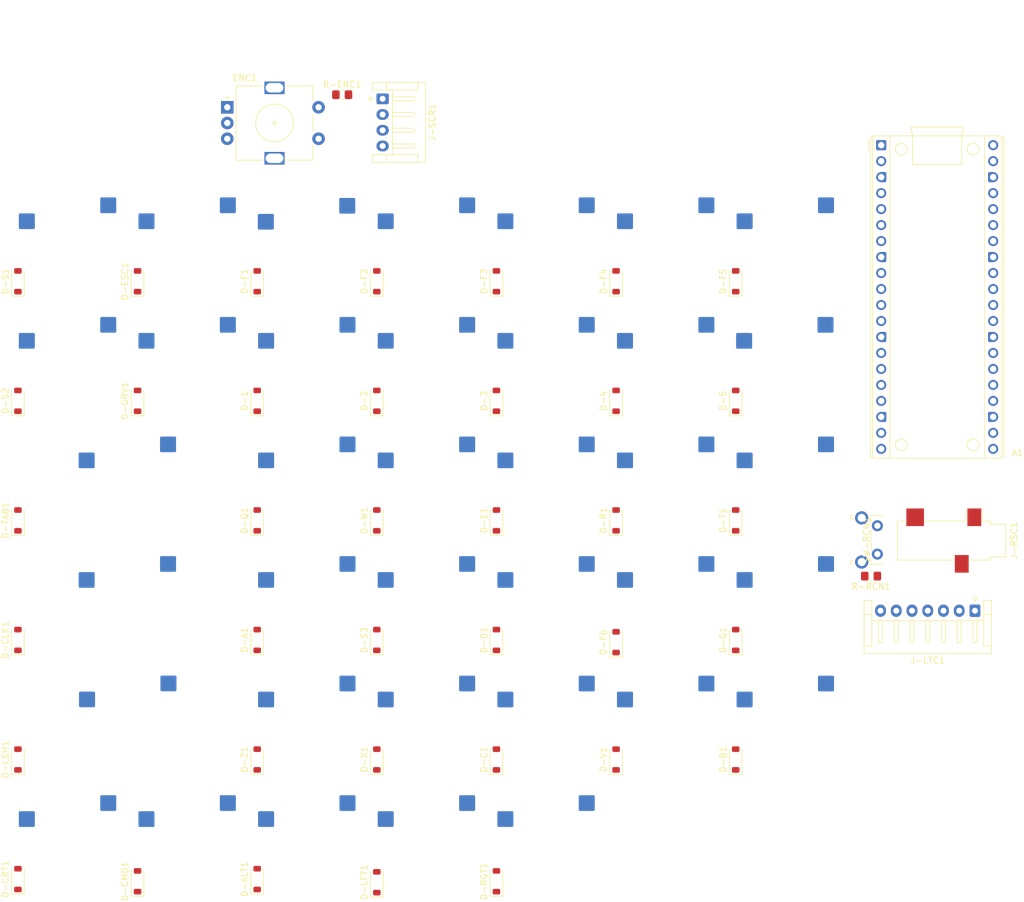
<source format=kicad_pcb>
(kicad_pcb (version 20240108) (generator "pcbnew") (generator_version "8.0")
  (layers (0 "F.Cu" signal) (31 "B.Cu" signal) (34 "B.Paste" user) (35 "F.Paste" user) (36 "B.SilkS" user "B.Silkscreen") (37 "F.SilkS" user "F.Silkscreen") (38 "B.Mask" user) (39 "F.Mask" user) (44 "Edge.Cuts" user))
  (net 0 "")
  (net 1 "/SCR-SCL")
  (net 2 "/ROW-1")
  (net 3 "/COL-1")
  (net 4 "/ROW-5")
  (net 5 "/GND")
  (net 6 "/ROW-6")
  (net 7 "/ROW-2")
  (net 8 "/COL-4")
  (net 9 "/FRS")
  (net 10 "/SCR-SDA")
  (net 11 "/RCN")
  (net 12 "/ROW-4")
  (net 13 "/ENC-B")
  (net 14 "/COL-3")
  (net 15 "/COL-5")
  (net 16 "/TRS")
  (net 18 "/COL-7")
  (net 20 "/ENC-A")
  (net 21 "/COL-8")
  (net 22 "/LEDS")
  (net 26 "/COL-6")
  (net 27 "/VCC")
  (net 30 "/COL-2")
  (net 33 "/ROW-3")
  (net 34 "/ENC-SW")
  (net 35 "Net-(D-1-A)")
  (net 36 "Net-(D-2-A)")
  (net 37 "Net-(D-3-A)")
  (net 38 "Net-(D-4-A)")
  (net 39 "Net-(D-5-A)")
  (net 40 "Net-(D-A1-A)")
  (net 41 "Net-(D-ALT1-A)")
  (net 42 "Net-(D-B1-A)")
  (net 43 "Net-(D-C1-A)")
  (net 44 "Net-(D-CLK1-A)")
  (net 45 "Net-(D-CMD1-A)")
  (net 46 "Net-(D-CRT1-A)")
  (net 47 "Net-(D-D1-A)")
  (net 48 "Net-(D-E1-A)")
  (net 49 "Net-(D-ESC1-A)")
  (net 50 "Net-(D-F1-A)")
  (net 51 "Net-(D-F2-A)")
  (net 52 "Net-(D-F3-A)")
  (net 53 "Net-(D-F4-A)")
  (net 54 "Net-(D-F5-A)")
  (net 55 "Net-(D-F6-A)")
  (net 56 "Net-(D-G1-A)")
  (net 57 "Net-(D-GRV1-A)")
  (net 58 "Net-(D-LFT1-A)")
  (net 59 "Net-(D-LSH1-A)")
  (net 60 "Net-(D-Q1-A)")
  (net 61 "Net-(D-R1-A)")
  (net 62 "Net-(D-RGT1-A)")
  (net 63 "Net-(D-S1-A)")
  (net 64 "Net-(D-S2-A)")
  (net 65 "Net-(D-S3-A)")
  (net 66 "Net-(D-T1-A)")
  (net 67 "Net-(D-TAB1-A)")
  (net 68 "Net-(D-V1-A)")
  (net 69 "Net-(D-W1-A)")
  (net 70 "Net-(D-X1-A)")
  (net 71 "Net-(D-Z1-A)")
  (footprint "Diode_SMD:D_SOD-123" (layer "F.Cu") (at 166.58 76 90)
    (property "Reference" "D-4" (at 0 -2 270) (layer "F.SilkS"))
    (property "Value" "D")
    (pad "1" smd roundrect (at -1.65 0 90) (size 0.9 1.2) (layers "F.Cu" "F.Paste" "F.Mask") (net 7 "/ROW-2"))
    (pad "2" smd roundrect (at 1.65 0 90) (size 0.9 1.2) (layers "F.Cu" "F.Paste" "F.Mask") (net 38 "Net-(D-4-A)"))
  )
  (footprint "Resistor_SMD:R_0805_2012Metric_Pad1.20x1.40mm_HandSolder" (layer "F.Cu") (at 207.08 103.85 180)
    (property "Reference" "R-RCN1" (at 0 -1.65 180) (layer "F.SilkS"))
    (property "Value" "R")
    (pad "1" smd roundrect (at -1 0 180) (size 1.2 1.4) (layers "F.Cu" "F.Paste" "F.Mask") (roundrect_rratio 0.208333) (net 11 "/RCN"))
    (pad "2" smd roundrect (at 1 0 180) (size 1.2 1.4) (layers "F.Cu" "F.Paste" "F.Mask") (roundrect_rratio 0.208333) (net 5 "/GND"))
  )
  (footprint "Diode_SMD:D_SOD-123" (layer "F.Cu") (at 185.58 76 90)
    (property "Reference" "D-5" (at 0 -2 270) (layer "F.SilkS"))
    (property "Value" "D")
    (pad "1" smd roundrect (at -1.65 0 90) (size 0.9 1.2) (layers "F.Cu" "F.Paste" "F.Mask") (net 7 "/ROW-2"))
    (pad "2" smd roundrect (at 1.65 0 90) (size 0.9 1.2) (layers "F.Cu" "F.Paste" "F.Mask") (net 39 "Net-(D-5-A)"))
  )
  (footprint "Rotary_Encoder:RotaryEncoder_Alps_EC11E-Switch_Vertical_H20mm" (layer "F.Cu") (at 104.83 29.35)
    (property "Reference" "ENC1" (at 2.8 -4.7 0) (layer "F.SilkS"))
    (property "Value" "RotaryEncoder_Switch")
    (pad "A" thru_hole rect (at 0 0) (size 2 2) (drill 1) (layers "*.Cu" "*.Mask") (net 20 "/ENC-A"))
    (pad "B" thru_hole circle (at 0 5) (size 2 2) (drill 1) (layers "*.Cu" "*.Mask") (net 13 "/ENC-B"))
    (pad "C" thru_hole circle (at 0 2.5) (size 2 2) (drill 1) (layers "*.Cu" "*.Mask") (net 5 "/GND"))
    (pad "MP" thru_hole rect (at 7.5 -3.1) (size 3.2 2) (drill oval 2.8 1.5) (layers "*.Cu" "*.Mask"))
    (pad "MP" thru_hole rect (at 7.5 8.1) (size 3.2 2) (drill oval 2.8 1.5) (layers "*.Cu" "*.Mask"))
    (pad "S1" thru_hole circle (at 14.5 5) (size 2 2) (drill 1) (layers "*.Cu" "*.Mask") (net 27 "/VCC"))
    (pad "S2" thru_hole circle (at 14.5 0) (size 2 2) (drill 1) (layers "*.Cu" "*.Mask") (net 34 "/ENC-SW"))
  )
  (footprint "MX_Hotswap:MX-Hotswap-1U" (layer "F.Cu") (at 118.08 69)
    (property "Reference" "SW-1")
    (property "Value" "SW_Push")
    (pad "" np_thru_hole circle (at -5.08 0 48.099) (size 1.7018 1.7018) (drill 1.7018) (layers "F&B.Cu" "*.Mask"))
    (pad "" np_thru_hole circle (at -3.81 -2.54) (size 3 3) (drill 3) (layers "F&B.Cu" "*.Mask"))
    (pad "" np_thru_hole circle (at 0 0) (size 3.9878 3.9878) (drill 3.9878) (layers "F&B.Cu" "*.Mask"))
    (pad "" np_thru_hole circle (at 2.54 -5.08) (size 3 3) (drill 3) (layers "F&B.Cu" "*.Mask"))
    (pad "" np_thru_hole circle (at 5.08 0 48.099) (size 1.7018 1.7018) (drill 1.7018) (layers "F&B.Cu" "*.Mask"))
    (pad "1" smd roundrect (at -7.085 -2.54) (size 2.55 2.5) (layers "B.Cu" "B.Paste" "B.Mask") (roundrect_rratio 0.08) (net 35 "Net-(D-1-A)"))
    (pad "2" smd roundrect (at 5.842 -5.08) (size 2.55 2.5) (layers "B.Cu" "B.Paste" "B.Mask") (roundrect_rratio 0.08) (net 14 "/COL-3"))
  )
  (footprint "Diode_SMD:D_SOD-123" (layer "F.Cu") (at 128.58 95 90)
    (property "Reference" "D-W1" (at 0 -2 270) (layer "F.SilkS"))
    (property "Value" "D")
    (pad "1" smd roundrect (at -1.65 0 90) (size 0.9 1.2) (layers "F.Cu" "F.Paste" "F.Mask") (net 33 "/ROW-3"))
    (pad "2" smd roundrect (at 1.65 0 90) (size 0.9 1.2) (layers "F.Cu" "F.Paste" "F.Mask") (net 69 "Net-(D-W1-A)"))
  )
  (footprint "Diode_SMD:D_SOD-123" (layer "F.Cu") (at 90.58 57 90)
    (property "Reference" "D-ESC1" (at 0 -2 270) (layer "F.SilkS"))
    (property "Value" "D")
    (pad "1" smd roundrect (at -1.65 0 90) (size 0.9 1.2) (layers "F.Cu" "F.Paste" "F.Mask") (net 2 "/ROW-1"))
    (pad "2" smd roundrect (at 1.65 0 90) (size 0.9 1.2) (layers "F.Cu" "F.Paste" "F.Mask") (net 49 "Net-(D-ESC1-A)"))
  )
  (footprint "Diode_SMD:D_SOD-123" (layer "F.Cu") (at 109.58 95 90)
    (property "Reference" "D-Q1" (at 0 -2 270) (layer "F.SilkS"))
    (property "Value" "D")
    (pad "1" smd roundrect (at -1.65 0 90) (size 0.9 1.2) (layers "F.Cu" "F.Paste" "F.Mask") (net 33 "/ROW-3"))
    (pad "2" smd roundrect (at 1.65 0 90) (size 0.9 1.2) (layers "F.Cu" "F.Paste" "F.Mask") (net 60 "Net-(D-Q1-A)"))
  )
  (footprint "MX_Hotswap:MX-Hotswap-1U" (layer "F.Cu") (at 194.08 107)
    (property "Reference" "SW-G1")
    (property "Value" "SW_Push")
    (pad "" np_thru_hole circle (at -5.08 0 48.099) (size 1.7018 1.7018) (drill 1.7018) (layers "F&B.Cu" "*.Mask"))
    (pad "" np_thru_hole circle (at -3.81 -2.54) (size 3 3) (drill 3) (layers "F&B.Cu" "*.Mask"))
    (pad "" np_thru_hole circle (at 0 0) (size 3.9878 3.9878) (drill 3.9878) (layers "F&B.Cu" "*.Mask"))
    (pad "" np_thru_hole circle (at 2.54 -5.08) (size 3 3) (drill 3) (layers "F&B.Cu" "*.Mask"))
    (pad "" np_thru_hole circle (at 5.08 0 48.099) (size 1.7018 1.7018) (drill 1.7018) (layers "F&B.Cu" "*.Mask"))
    (pad "1" smd roundrect (at -7.085 -2.54) (size 2.55 2.5) (layers "B.Cu" "B.Paste" "B.Mask") (roundrect_rratio 0.08) (net 56 "Net-(D-G1-A)"))
    (pad "2" smd roundrect (at 5.842 -5.08) (size 2.55 2.5) (layers "B.Cu" "B.Paste" "B.Mask") (roundrect_rratio 0.08) (net 18 "/COL-7"))
  )
  (footprint "Diode_SMD:D_SOD-123" (layer "F.Cu") (at 109.58 76 90)
    (property "Reference" "D-1" (at 0 -2 270) (layer "F.SilkS"))
    (property "Value" "D")
    (pad "1" smd roundrect (at -1.65 0 90) (size 0.9 1.2) (layers "F.Cu" "F.Paste" "F.Mask") (net 7 "/ROW-2"))
    (pad "2" smd roundrect (at 1.65 0 90) (size 0.9 1.2) (layers "F.Cu" "F.Paste" "F.Mask") (net 35 "Net-(D-1-A)"))
  )
  (footprint "MX_Hotswap:MX-Hotswap-1U" (layer "F.Cu") (at 194 69)
    (property "Reference" "SW-5")
    (property "Value" "SW_Push")
    (pad "" np_thru_hole circle (at -5.08 0 48.099) (size 1.7018 1.7018) (drill 1.7018) (layers "F&B.Cu" "*.Mask"))
    (pad "" np_thru_hole circle (at -3.81 -2.54) (size 3 3) (drill 3) (layers "F&B.Cu" "*.Mask"))
    (pad "" np_thru_hole circle (at 0 0) (size 3.9878 3.9878) (drill 3.9878) (layers "F&B.Cu" "*.Mask"))
    (pad "" np_thru_hole circle (at 2.54 -5.08) (size 3 3) (drill 3) (layers "F&B.Cu" "*.Mask"))
    (pad "" np_thru_hole circle (at 5.08 0 48.099) (size 1.7018 1.7018) (drill 1.7018) (layers "F&B.Cu" "*.Mask"))
    (pad "1" smd roundrect (at -7.085 -2.54) (size 2.55 2.5) (layers "B.Cu" "B.Paste" "B.Mask") (roundrect_rratio 0.08) (net 39 "Net-(D-5-A)"))
    (pad "2" smd roundrect (at 5.842 -5.08) (size 2.55 2.5) (layers "B.Cu" "B.Paste" "B.Mask") (roundrect_rratio 0.08) (net 18 "/COL-7"))
  )
  (footprint "Diode_SMD:D_SOD-123" (layer "F.Cu") (at 109.58 133 90)
    (property "Reference" "D-Z1" (at 0 -2 270) (layer "F.SilkS"))
    (property "Value" "D")
    (pad "1" smd roundrect (at -1.65 0 90) (size 0.9 1.2) (layers "F.Cu" "F.Paste" "F.Mask") (net 4 "/ROW-5"))
    (pad "2" smd roundrect (at 1.65 0 90) (size 0.9 1.2) (layers "F.Cu" "F.Paste" "F.Mask") (net 71 "Net-(D-Z1-A)"))
  )
  (footprint "Diode_SMD:D_SOD-123" (layer "F.Cu") (at 166.58 133 90)
    (property "Reference" "D-V1" (at 0 -2 270) (layer "F.SilkS"))
    (property "Value" "D")
    (pad "1" smd roundrect (at -1.65 0 90) (size 0.9 1.2) (layers "F.Cu" "F.Paste" "F.Mask") (net 4 "/ROW-5"))
    (pad "2" smd roundrect (at 1.65 0 90) (size 0.9 1.2) (layers "F.Cu" "F.Paste" "F.Mask") (net 68 "Net-(D-V1-A)"))
  )
  (footprint "Button_Switch_THT:SW_Tactile_SPST_Angled_PTS645Vx31-2LFS" (layer "F.Cu") (at 208.08 95.85 -90)
    (property "Reference" "SW-RCN1" (at 2.25 1.68 90) (layer "F.SilkS"))
    (property "Value" "SW_Push")
    (pad "" thru_hole circle (at -1.25 2.49 270) (size 2.1 2.1) (drill 1.3) (layers "*.Cu" "*.Mask"))
    (pad "" thru_hole circle (at 5.76 2.49 270) (size 2.1 2.1) (drill 1.3) (layers "*.Cu" "*.Mask"))
    (pad "1" thru_hole circle (at 0 0 270) (size 1.75 1.75) (drill 0.99) (layers "*.Cu" "*.Mask") (net 27 "/VCC"))
    (pad "2" thru_hole circle (at 4.5 0 270) (size 1.75 1.75) (drill 0.99) (layers "*.Cu" "*.Mask") (net 11 "/RCN"))
  )
  (footprint "Diode_SMD:D_SOD-123" (layer "F.Cu") (at 147.58 95 90)
    (property "Reference" "D-E1" (at 0 -2 270) (layer "F.SilkS"))
    (property "Value" "D")
    (pad "1" smd roundrect (at -1.65 0 90) (size 0.9 1.2) (layers "F.Cu" "F.Paste" "F.Mask") (net 33 "/ROW-3"))
    (pad "2" smd roundrect (at 1.65 0 90) (size 0.9 1.2) (layers "F.Cu" "F.Paste" "F.Mask") (net 48 "Net-(D-E1-A)"))
  )
  (footprint "MX_Hotswap:MX-Hotswap-1U" (layer "F.Cu") (at 194.08 50)
    (property "Reference" "SW-F5")
    (property "Value" "SW_Push")
    (pad "" np_thru_hole circle (at -5.08 0 48.099) (size 1.7018 1.7018) (drill 1.7018) (layers "F&B.Cu" "*.Mask"))
    (pad "" np_thru_hole circle (at -3.81 -2.54) (size 3 3) (drill 3) (layers "F&B.Cu" "*.Mask"))
    (pad "" np_thru_hole circle (at 0 0) (size 3.9878 3.9878) (drill 3.9878) (layers "F&B.Cu" "*.Mask"))
    (pad "" np_thru_hole circle (at 2.54 -5.08) (size 3 3) (drill 3) (layers "F&B.Cu" "*.Mask"))
    (pad "" np_thru_hole circle (at 5.08 0 48.099) (size 1.7018 1.7018) (drill 1.7018) (layers "F&B.Cu" "*.Mask"))
    (pad "1" smd roundrect (at -7.085 -2.54) (size 2.55 2.5) (layers "B.Cu" "B.Paste" "B.Mask") (roundrect_rratio 0.08) (net 54 "Net-(D-F5-A)"))
    (pad "2" smd roundrect (at 5.842 -5.08) (size 2.55 2.5) (layers "B.Cu" "B.Paste" "B.Mask") (roundrect_rratio 0.08) (net 18 "/COL-7"))
  )
  (footprint "Diode_SMD:D_SOD-123" (layer "F.Cu") (at 128.58 76 90)
    (property "Reference" "D-2" (at 0 -2 270) (layer "F.SilkS"))
    (property "Value" "D")
    (pad "1" smd roundrect (at -1.65 0 90) (size 0.9 1.2) (layers "F.Cu" "F.Paste" "F.Mask") (net 7 "/ROW-2"))
    (pad "2" smd roundrect (at 1.65 0 90) (size 0.9 1.2) (layers "F.Cu" "F.Paste" "F.Mask") (net 36 "Net-(D-2-A)"))
  )
  (footprint "MX_Hotswap:MX-Hotswap-1U" (layer "F.Cu") (at 99.08 50)
    (property "Reference" "SW-ESC1")
    (property "Value" "SW_Push")
    (pad "" np_thru_hole circle (at -5.08 0 48.099) (size 1.7018 1.7018) (drill 1.7018) (layers "F&B.Cu" "*.Mask"))
    (pad "" np_thru_hole circle (at -3.81 -2.54) (size 3 3) (drill 3) (layers "F&B.Cu" "*.Mask"))
    (pad "" np_thru_hole circle (at 0 0) (size 3.9878 3.9878) (drill 3.9878) (layers "F&B.Cu" "*.Mask"))
    (pad "" np_thru_hole circle (at 2.54 -5.08) (size 3 3) (drill 3) (layers "F&B.Cu" "*.Mask"))
    (pad "" np_thru_hole circle (at 5.08 0 48.099) (size 1.7018 1.7018) (drill 1.7018) (layers "F&B.Cu" "*.Mask"))
    (pad "1" smd roundrect (at -7.085 -2.54) (size 2.55 2.5) (layers "B.Cu" "B.Paste" "B.Mask") (roundrect_rratio 0.08) (net 49 "Net-(D-ESC1-A)"))
    (pad "2" smd roundrect (at 5.842 -5.08) (size 2.55 2.5) (layers "B.Cu" "B.Paste" "B.Mask") (roundrect_rratio 0.08) (net 30 "/COL-2"))
  )
  (footprint "Diode_SMD:D_SOD-123" (layer "F.Cu") (at 128.58 57 90)
    (property "Reference" "D-F2" (at 0 -2 270) (layer "F.SilkS"))
    (property "Value" "D")
    (pad "1" smd roundrect (at -1.65 0 90) (size 0.9 1.2) (layers "F.Cu" "F.Paste" "F.Mask") (net 2 "/ROW-1"))
    (pad "2" smd roundrect (at 1.65 0 90) (size 0.9 1.2) (layers "F.Cu" "F.Paste" "F.Mask") (net 51 "Net-(D-F2-A)"))
  )
  (footprint "MX_Hotswap:MX-Hotswap-1U" (layer "F.Cu") (at 118.08 88)
    (property "Reference" "SW-Q1")
    (property "Value" "SW_Push")
    (pad "" np_thru_hole circle (at -5.08 0 48.099) (size 1.7018 1.7018) (drill 1.7018) (layers "F&B.Cu" "*.Mask"))
    (pad "" np_thru_hole circle (at -3.81 -2.54) (size 3 3) (drill 3) (layers "F&B.Cu" "*.Mask"))
    (pad "" np_thru_hole circle (at 0 0) (size 3.9878 3.9878) (drill 3.9878) (layers "F&B.Cu" "*.Mask"))
    (pad "" np_thru_hole circle (at 2.54 -5.08) (size 3 3) (drill 3) (layers "F&B.Cu" "*.Mask"))
    (pad "" np_thru_hole circle (at 5.08 0 48.099) (size 1.7018 1.7018) (drill 1.7018) (layers "F&B.Cu" "*.Mask"))
    (pad "1" smd roundrect (at -7.085 -2.54) (size 2.55 2.5) (layers "B.Cu" "B.Paste" "B.Mask") (roundrect_rratio 0.08) (net 60 "Net-(D-Q1-A)"))
    (pad "2" smd roundrect (at 5.842 -5.08) (size 2.55 2.5) (layers "B.Cu" "B.Paste" "B.Mask") (roundrect_rratio 0.08) (net 14 "/COL-3"))
  )
  (footprint "MX_Hotswap:MX-Hotswap-1U" (layer "F.Cu") (at 137.08 107)
    (property "Reference" "SW-S3")
    (property "Value" "SW_Push")
    (pad "" np_thru_hole circle (at -5.08 0 48.099) (size 1.7018 1.7018) (drill 1.7018) (layers "F&B.Cu" "*.Mask"))
    (pad "" np_thru_hole circle (at -3.81 -2.54) (size 3 3) (drill 3) (layers "F&B.Cu" "*.Mask"))
    (pad "" np_thru_hole circle (at 0 0) (size 3.9878 3.9878) (drill 3.9878) (layers "F&B.Cu" "*.Mask"))
    (pad "" np_thru_hole circle (at 2.54 -5.08) (size 3 3) (drill 3) (layers "F&B.Cu" "*.Mask"))
    (pad "" np_thru_hole circle (at 5.08 0 48.099) (size 1.7018 1.7018) (drill 1.7018) (layers "F&B.Cu" "*.Mask"))
    (pad "1" smd roundrect (at -7.085 -2.54) (size 2.55 2.5) (layers "B.Cu" "B.Paste" "B.Mask") (roundrect_rratio 0.08) (net 65 "Net-(D-S3-A)"))
    (pad "2" smd roundrect (at 5.842 -5.08) (size 2.55 2.5) (layers "B.Cu" "B.Paste" "B.Mask") (roundrect_rratio 0.08) (net 8 "/COL-4"))
  )
  (footprint "MX_Hotswap:MX-Hotswap-1U" (layer "F.Cu") (at 175.08 88)
    (property "Reference" "SW-R1")
    (property "Value" "SW_Push")
    (pad "" np_thru_hole circle (at -5.08 0 48.099) (size 1.7018 1.7018) (drill 1.7018) (layers "F&B.Cu" "*.Mask"))
    (pad "" np_thru_hole circle (at -3.81 -2.54) (size 3 3) (drill 3) (layers "F&B.Cu" "*.Mask"))
    (pad "" np_thru_hole circle (at 0 0) (size 3.9878 3.9878) (drill 3.9878) (layers "F&B.Cu" "*.Mask"))
    (pad "" np_thru_hole circle (at 2.54 -5.08) (size 3 3) (drill 3) (layers "F&B.Cu" "*.Mask"))
    (pad "" np_thru_hole circle (at 5.08 0 48.099) (size 1.7018 1.7018) (drill 1.7018) (layers "F&B.Cu" "*.Mask"))
    (pad "1" smd roundrect (at -7.085 -2.54) (size 2.55 2.5) (layers "B.Cu" "B.Paste" "B.Mask") (roundrect_rratio 0.08) (net 61 "Net-(D-R1-A)"))
    (pad "2" smd roundrect (at 5.842 -5.08) (size 2.55 2.5) (layers "B.Cu" "B.Paste" "B.Mask") (roundrect_rratio 0.08) (net 26 "/COL-6"))
  )
  (footprint "MX_Hotswap:MX-Hotswap-1U" (layer "F.Cu") (at 137.08 50)
    (property "Reference" "SW-F2")
    (property "Value" "SW_Push")
    (pad "" np_thru_hole circle (at -5.08 0 48.099) (size 1.7018 1.7018) (drill 1.7018) (layers "F&B.Cu" "*.Mask"))
    (pad "" np_thru_hole circle (at -3.81 -2.54) (size 3 3) (drill 3) (layers "F&B.Cu" "*.Mask"))
    (pad "" np_thru_hole circle (at 0 0) (size 3.9878 3.9878) (drill 3.9878) (layers "F&B.Cu" "*.Mask"))
    (pad "" np_thru_hole circle (at 2.54 -5.08) (size 3 3) (drill 3) (layers "F&B.Cu" "*.Mask"))
    (pad "" np_thru_hole circle (at 5.08 0 48.099) (size 1.7018 1.7018) (drill 1.7018) (layers "F&B.Cu" "*.Mask"))
    (pad "1" smd roundrect (at -7.085 -2.54) (size 2.55 2.5) (layers "B.Cu" "B.Paste" "B.Mask") (roundrect_rratio 0.08) (net 51 "Net-(D-F2-A)"))
    (pad "2" smd roundrect (at 5.842 -5.08) (size 2.55 2.5) (layers "B.Cu" "B.Paste" "B.Mask") (roundrect_rratio 0.08) (net 8 "/COL-4"))
  )
  (footprint "MX_Hotswap:MX-Hotswap-1U" (layer "F.Cu") (at 99.08 145)
    (property "Reference" "SW-CMD1")
    (property "Value" "SW_Push")
    (pad "" np_thru_hole circle (at -5.08 0 48.099) (size 1.7018 1.7018) (drill 1.7018) (layers "F&B.Cu" "*.Mask"))
    (pad "" np_thru_hole circle (at -3.81 -2.54) (size 3 3) (drill 3) (layers "F&B.Cu" "*.Mask"))
    (pad "" np_thru_hole circle (at 0 0) (size 3.9878 3.9878) (drill 3.9878) (layers "F&B.Cu" "*.Mask"))
    (pad "" np_thru_hole circle (at 2.54 -5.08) (size 3 3) (drill 3) (layers "F&B.Cu" "*.Mask"))
    (pad "" np_thru_hole circle (at 5.08 0 48.099) (size 1.7018 1.7018) (drill 1.7018) (layers "F&B.Cu" "*.Mask"))
    (pad "1" smd roundrect (at -7.085 -2.54) (size 2.55 2.5) (layers "B.Cu" "B.Paste" "B.Mask") (roundrect_rratio 0.08) (net 45 "Net-(D-CMD1-A)"))
    (pad "2" smd roundrect (at 5.842 -5.08) (size 2.55 2.5) (layers "B.Cu" "B.Paste" "B.Mask") (roundrect_rratio 0.08) (net 30 "/COL-2"))
  )
  (footprint "Diode_SMD:D_SOD-123" (layer "F.Cu") (at 166.58 114.35 90)
    (property "Reference" "D-F6" (at 0 -2 270) (layer "F.SilkS"))
    (property "Value" "D")
    (pad "1" smd roundrect (at -1.65 0 90) (size 0.9 1.2) (layers "F.Cu" "F.Paste" "F.Mask") (net 12 "/ROW-4"))
    (pad "2" smd roundrect (at 1.65 0 90) (size 0.9 1.2) (layers "F.Cu" "F.Paste" "F.Mask") (net 55 "Net-(D-F6-A)"))
  )
  (footprint "Diode_SMD:D_SOD-123" (layer "F.Cu") (at 109.58 57 90)
    (property "Reference" "D-F1" (at 0 -2 270) (layer "F.SilkS"))
    (property "Value" "D")
    (pad "1" smd roundrect (at -1.65 0 90) (size 0.9 1.2) (layers "F.Cu" "F.Paste" "F.Mask") (net 2 "/ROW-1"))
    (pad "2" smd roundrect (at 1.65 0 90) (size 0.9 1.2) (layers "F.Cu" "F.Paste" "F.Mask") (net 50 "Net-(D-F1-A)"))
  )
  (footprint "MX_Hotswap:MX-Hotswap-1U" (layer "F.Cu") (at 175.08 126)
    (property "Reference" "SW-V1")
    (property "Value" "SW_Push")
    (pad "" np_thru_hole circle (at -5.08 0 48.099) (size 1.7018 1.7018) (drill 1.7018) (layers "F&B.Cu" "*.Mask"))
    (pad "" np_thru_hole circle (at -3.81 -2.54) (size 3 3) (drill 3) (layers "F&B.Cu" "*.Mask"))
    (pad "" np_thru_hole circle (at 0 0) (size 3.9878 3.9878) (drill 3.9878) (layers "F&B.Cu" "*.Mask"))
    (pad "" np_thru_hole circle (at 2.54 -5.08) (size 3 3) (drill 3) (layers "F&B.Cu" "*.Mask"))
    (pad "" np_thru_hole circle (at 5.08 0 48.099) (size 1.7018 1.7018) (drill 1.7018) (layers "F&B.Cu" "*.Mask"))
    (pad "1" smd roundrect (at -7.085 -2.54) (size 2.55 2.5) (layers "B.Cu" "B.Paste" "B.Mask") (roundrect_rratio 0.08) (net 68 "Net-(D-V1-A)"))
    (pad "2" smd roundrect (at 5.842 -5.08) (size 2.55 2.5) (layers "B.Cu" "B.Paste" "B.Mask") (roundrect_rratio 0.08) (net 26 "/COL-6"))
  )
  (footprint "MX_Hotswap:MX-Hotswap-1U" (layer "F.Cu") (at 194.08 126)
    (property "Reference" "SW-B1")
    (property "Value" "SW_Push")
    (pad "" np_thru_hole circle (at -5.08 0 48.099) (size 1.7018 1.7018) (drill 1.7018) (layers "F&B.Cu" "*.Mask"))
    (pad "" np_thru_hole circle (at -3.81 -2.54) (size 3 3) (drill 3) (layers "F&B.Cu" "*.Mask"))
    (pad "" np_thru_hole circle (at 0 0) (size 3.9878 3.9878) (drill 3.9878) (layers "F&B.Cu" "*.Mask"))
    (pad "" np_thru_hole circle (at 2.54 -5.08) (size 3 3) (drill 3) (layers "F&B.Cu" "*.Mask"))
    (pad "" np_thru_hole circle (at 5.08 0 48.099) (size 1.7018 1.7018) (drill 1.7018) (layers "F&B.Cu" "*.Mask"))
    (pad "1" smd roundrect (at -7.085 -2.54) (size 2.55 2.5) (layers "B.Cu" "B.Paste" "B.Mask") (roundrect_rratio 0.08) (net 42 "Net-(D-B1-A)"))
    (pad "2" smd roundrect (at 5.842 -5.08) (size 2.55 2.5) (layers "B.Cu" "B.Paste" "B.Mask") (roundrect_rratio 0.08) (net 18 "/COL-7"))
  )
  (footprint "MX_Hotswap:MX-Hotswap-1U" (layer "F.Cu") (at 156.08 69)
    (property "Reference" "SW-3")
    (property "Value" "SW_Push")
    (pad "" np_thru_hole circle (at -5.08 0 48.099) (size 1.7018 1.7018) (drill 1.7018) (layers "F&B.Cu" "*.Mask"))
    (pad "" np_thru_hole circle (at -3.81 -2.54) (size 3 3) (drill 3) (layers "F&B.Cu" "*.Mask"))
    (pad "" np_thru_hole circle (at 0 0) (size 3.9878 3.9878) (drill 3.9878) (layers "F&B.Cu" "*.Mask"))
    (pad "" np_thru_hole circle (at 2.54 -5.08) (size 3 3) (drill 3) (layers "F&B.Cu" "*.Mask"))
    (pad "" np_thru_hole circle (at 5.08 0 48.099) (size 1.7018 1.7018) (drill 1.7018) (layers "F&B.Cu" "*.Mask"))
    (pad "1" smd roundrect (at -7.085 -2.54) (size 2.55 2.5) (layers "B.Cu" "B.Paste" "B.Mask") (roundrect_rratio 0.08) (net 37 "Net-(D-3-A)"))
    (pad "2" smd roundrect (at 5.842 -5.08) (size 2.55 2.5) (layers "B.Cu" "B.Paste" "B.Mask") (roundrect_rratio 0.08) (net 15 "/COL-5"))
  )
  (footprint "Diode_SMD:D_SOD-123" (layer "F.Cu") (at 71.58 114 90)
    (property "Reference" "D-CLK1" (at 0 -2 270) (layer "F.SilkS"))
    (property "Value" "D")
    (pad "1" smd roundrect (at -1.65 0 90) (size 0.9 1.2) (layers "F.Cu" "F.Paste" "F.Mask") (net 12 "/ROW-4"))
    (pad "2" smd roundrect (at 1.65 0 90) (size 0.9 1.2) (layers "F.Cu" "F.Paste" "F.Mask") (net 44 "Net-(D-CLK1-A)"))
  )
  (footprint "Diode_SMD:D_SOD-123" (layer "F.Cu") (at 90.58 152.35 90)
    (property "Reference" "D-CMD1" (at 0 -2 270) (layer "F.SilkS"))
    (property "Value" "D")
    (pad "1" smd roundrect (at -1.65 0 90) (size 0.9 1.2) (layers "F.Cu" "F.Paste" "F.Mask") (net 6 "/ROW-6"))
    (pad "2" smd roundrect (at 1.65 0 90) (size 0.9 1.2) (layers "F.Cu" "F.Paste" "F.Mask") (net 45 "Net-(D-CMD1-A)"))
  )
  (footprint "Diode_SMD:D_SOD-123" (layer "F.Cu") (at 185.58 95 90)
    (property "Reference" "D-T1" (at 0 -2 270) (layer "F.SilkS"))
    (property "Value" "D")
    (pad "1" smd roundrect (at -1.65 0 90) (size 0.9 1.2) (layers "F.Cu" "F.Paste" "F.Mask") (net 33 "/ROW-3"))
    (pad "2" smd roundrect (at 1.65 0 90) (size 0.9 1.2) (layers "F.Cu" "F.Paste" "F.Mask") (net 66 "Net-(D-T1-A)"))
  )
  (footprint "Diode_SMD:D_SOD-123" (layer "F.Cu") (at 185.58 57 90)
    (property "Reference" "D-F5" (at 0 -2 270) (layer "F.SilkS"))
    (property "Value" "D")
    (pad "1" smd roundrect (at -1.65 0 90) (size 0.9 1.2) (layers "F.Cu" "F.Paste" "F.Mask") (net 2 "/ROW-1"))
    (pad "2" smd roundrect (at 1.65 0 90) (size 0.9 1.2) (layers "F.Cu" "F.Paste" "F.Mask") (net 54 "Net-(D-F5-A)"))
  )
  (footprint "Diode_SMD:D_SOD-123" (layer "F.Cu") (at 147.58 114 90)
    (property "Reference" "D-D1" (at 0 -2 270) (layer "F.SilkS"))
    (property "Value" "D")
    (pad "1" smd roundrect (at -1.65 0 90) (size 0.9 1.2) (layers "F.Cu" "F.Paste" "F.Mask") (net 12 "/ROW-4"))
    (pad "2" smd roundrect (at 1.65 0 90) (size 0.9 1.2) (layers "F.Cu" "F.Paste" "F.Mask") (net 47 "Net-(D-D1-A)"))
  )
  (footprint "MX_Hotswap:MX-Hotswap-1U" (layer "F.Cu") (at 175.08 69)
    (property "Reference" "SW-4")
    (property "Value" "SW_Push")
    (pad "" np_thru_hole circle (at -5.08 0 48.099) (size 1.7018 1.7018) (drill 1.7018) (layers "F&B.Cu" "*.Mask"))
    (pad "" np_thru_hole circle (at -3.81 -2.54) (size 3 3) (drill 3) (layers "F&B.Cu" "*.Mask"))
    (pad "" np_thru_hole circle (at 0 0) (size 3.9878 3.9878) (drill 3.9878) (layers "F&B.Cu" "*.Mask"))
    (pad "" np_thru_hole circle (at 2.54 -5.08) (size 3 3) (drill 3) (layers "F&B.Cu" "*.Mask"))
    (pad "" np_thru_hole circle (at 5.08 0 48.099) (size 1.7018 1.7018) (drill 1.7018) (layers "F&B.Cu" "*.Mask"))
    (pad "1" smd roundrect (at -7.085 -2.54) (size 2.55 2.5) (layers "B.Cu" "B.Paste" "B.Mask") (roundrect_rratio 0.08) (net 38 "Net-(D-4-A)"))
    (pad "2" smd roundrect (at 5.842 -5.08) (size 2.55 2.5) (layers "B.Cu" "B.Paste" "B.Mask") (roundrect_rratio 0.08) (net 26 "/COL-6"))
  )
  (footprint "MX_Hotswap:MX-Hotswap-1U" (layer "F.Cu") (at 137.08 88)
    (property "Reference" "SW-W1")
    (property "Value" "SW_Push")
    (pad "" np_thru_hole circle (at -5.08 0 48.099) (size 1.7018 1.7018) (drill 1.7018) (layers "F&B.Cu" "*.Mask"))
    (pad "" np_thru_hole circle (at -3.81 -2.54) (size 3 3) (drill 3) (layers "F&B.Cu" "*.Mask"))
    (pad "" np_thru_hole circle (at 0 0) (size 3.9878 3.9878) (drill 3.9878) (layers "F&B.Cu" "*.Mask"))
    (pad "" np_thru_hole circle (at 2.54 -5.08) (size 3 3) (drill 3) (layers "F&B.Cu" "*.Mask"))
    (pad "" np_thru_hole circle (at 5.08 0 48.099) (size 1.7018 1.7018) (drill 1.7018) (layers "F&B.Cu" "*.Mask"))
    (pad "1" smd roundrect (at -7.085 -2.54) (size 2.55 2.5) (layers "B.Cu" "B.Paste" "B.Mask") (roundrect_rratio 0.08) (net 69 "Net-(D-W1-A)"))
    (pad "2" smd roundrect (at 5.842 -5.08) (size 2.55 2.5) (layers "B.Cu" "B.Paste" "B.Mask") (roundrect_rratio 0.08) (net 8 "/COL-4"))
  )
  (footprint "Diode_SMD:D_SOD-123" (layer "F.Cu") (at 147.58 133 90)
    (property "Reference" "D-C1" (at 0 -2 270) (layer "F.SilkS"))
    (property "Value" "D")
    (pad "1" smd roundrect (at -1.65 0 90) (size 0.9 1.2) (layers "F.Cu" "F.Paste" "F.Mask") (net 4 "/ROW-5"))
    (pad "2" smd roundrect (at 1.65 0 90) (size 0.9 1.2) (layers "F.Cu" "F.Paste" "F.Mask") (net 43 "Net-(D-C1-A)"))
  )
  (footprint "MX_Hotswap:MX-Hotswap-2U" (layer "F.Cu") (at 89.642 125.985)
    (property "Reference" "SW-LSH1")
    (property "Value" "SW_Push")
    (pad "" np_thru_hole circle (at -11.938 -6.985) (size 3.048 3.048) (drill 3.048) (layers "*.Cu" "*.Mask"))
    (pad "" np_thru_hole circle (at -11.938 8.255) (size 3.9878 3.9878) (drill 3.9878) (layers "*.Cu" "*.Mask"))
    (pad "" np_thru_hole circle (at -5.08 0 48.099) (size 1.7018 1.7018) (drill 1.7018) (layers "F&B.Cu" "*.Mask"))
    (pad "" np_thru_hole circle (at -3.81 -2.54) (size 3 3) (drill 3) (layers "F&B.Cu" "*.Mask"))
    (pad "" np_thru_hole circle (at 0 0) (size 3.9878 3.9878) (drill 3.9878) (layers "F&B.Cu" "*.Mask"))
    (pad "" np_thru_hole circle (at 2.54 -5.08) (size 3 3) (drill 3) (layers "F&B.Cu" "*.Mask"))
    (pad "" np_thru_hole circle (at 5.08 0 48.099) (size 1.7018 1.7018) (drill 1.7018) (layers "F&B.Cu" "*.Mask"))
    (pad "" np_thru_hole circle (at 11.938 -6.985) (size 3.048 3.048) (drill 3.048) (layers "*.Cu" "*.Mask"))
    (pad "" np_thru_hole circle (at 11.938 8.255) (size 3.9878 3.9878) (drill 3.9878) (layers "*.Cu" "*.Mask"))
    (pad "1" smd roundrect (at -7.085 -2.54) (size 2.55 2.5) (layers "B.Cu" "B.Paste" "B.Mask") (roundrect_rratio 0.08) (net 59 "Net-(D-LSH1-A)"))
    (pad "2" smd roundrect (at 5.842 -5.08) (size 2.55 2.5) (layers "B.Cu" "B.Paste" "B.Mask") (roundrect_rratio 0.08) (net 30 "/COL-2"))
  )
  (footprint "MX_Hotswap:MX-Hotswap-1U" (layer "F.Cu") (at 80.08 50)
    (property "Reference" "SW-S1")
    (property "Value" "SW_Push")
    (pad "" np_thru_hole circle (at -5.08 0 48.099) (size 1.7018 1.7018) (drill 1.7018) (layers "F&B.Cu" "*.Mask"))
    (pad "" np_thru_hole circle (at -3.81 -2.54) (size 3 3) (drill 3) (layers "F&B.Cu" "*.Mask"))
    (pad "" np_thru_hole circle (at 0 0) (size 3.9878 3.9878) (drill 3.9878) (layers "F&B.Cu" "*.Mask"))
    (pad "" np_thru_hole circle (at 2.54 -5.08) (size 3 3) (drill 3) (layers "F&B.Cu" "*.Mask"))
    (pad "" np_thru_hole circle (at 5.08 0 48.099) (size 1.7018 1.7018) (drill 1.7018) (layers "F&B.Cu" "*.Mask"))
    (pad "1" smd roundrect (at -7.085 -2.54) (size 2.55 2.5) (layers "B.Cu" "B.Paste" "B.Mask") (roundrect_rratio 0.08) (net 63 "Net-(D-S1-A)"))
    (pad "2" smd roundrect (at 5.842 -5.08) (size 2.55 2.5) (layers "B.Cu" "B.Paste" "B.Mask") (roundrect_rratio 0.08) (net 3 "/COL-1"))
  )
  (footprint "MX_Hotswap:MX-Hotswap-1U" (layer "F.Cu") (at 156.08 50)
    (property "Reference" "SW-F3")
    (property "Value" "SW_Push")
    (pad "" np_thru_hole circle (at -5.08 0 48.099) (size 1.7018 1.7018) (drill 1.7018) (layers "F&B.Cu" "*.Mask"))
    (pad "" np_thru_hole circle (at -3.81 -2.54) (size 3 3) (drill 3) (layers "F&B.Cu" "*.Mask"))
    (pad "" np_thru_hole circle (at 0 0) (size 3.9878 3.9878) (drill 3.9878) (layers "F&B.Cu" "*.Mask"))
    (pad "" np_thru_hole circle (at 2.54 -5.08) (size 3 3) (drill 3) (layers "F&B.Cu" "*.Mask"))
    (pad "" np_thru_hole circle (at 5.08 0 48.099) (size 1.7018 1.7018) (drill 1.7018) (layers "F&B.Cu" "*.Mask"))
    (pad "1" smd roundrect (at -7.085 -2.54) (size 2.55 2.5) (layers "B.Cu" "B.Paste" "B.Mask") (roundrect_rratio 0.08) (net 52 "Net-(D-F3-A)"))
    (pad "2" smd roundrect (at 5.842 -5.08) (size 2.55 2.5) (layers "B.Cu" "B.Paste" "B.Mask") (roundrect_rratio 0.08) (net 15 "/COL-5"))
  )
  (footprint "Diode_SMD:D_SOD-123" (layer "F.Cu") (at 109.58 114 90)
    (property "Reference" "D-A1" (at 0 -2 270) (layer "F.SilkS"))
    (property "Value" "D")
    (pad "1" smd roundrect (at -1.65 0 90) (size 0.9 1.2) (layers "F.Cu" "F.Paste" "F.Mask") (net 12 "/ROW-4"))
    (pad "2" smd roundrect (at 1.65 0 90) (size 0.9 1.2) (layers "F.Cu" "F.Paste" "F.Mask") (net 40 "Net-(D-A1-A)"))
  )
  (footprint "MX_Hotswap:MX-Hotswap-1U" (layer "F.Cu") (at 156.08 145)
    (property "Reference" "SW-RGT1")
    (property "Value" "SW_Push")
    (pad "" np_thru_hole circle (at -5.08 0 48.099) (size 1.7018 1.7018) (drill 1.7018) (layers "F&B.Cu" "*.Mask"))
    (pad "" np_thru_hole circle (at -3.81 -2.54) (size 3 3) (drill 3) (layers "F&B.Cu" "*.Mask"))
    (pad "" np_thru_hole circle (at 0 0) (size 3.9878 3.9878) (drill 3.9878) (layers "F&B.Cu" "*.Mask"))
    (pad "" np_thru_hole circle (at 2.54 -5.08) (size 3 3) (drill 3) (layers "F&B.Cu" "*.Mask"))
    (pad "" np_thru_hole circle (at 5.08 0 48.099) (size 1.7018 1.7018) (drill 1.7018) (layers "F&B.Cu" "*.Mask"))
    (pad "1" smd roundrect (at -7.085 -2.54) (size 2.55 2.5) (layers "B.Cu" "B.Paste" "B.Mask") (roundrect_rratio 0.08) (net 62 "Net-(D-RGT1-A)"))
    (pad "2" smd roundrect (at 5.842 -5.08) (size 2.55 2.5) (layers "B.Cu" "B.Paste" "B.Mask") (roundrect_rratio 0.08) (net 15 "/COL-5"))
  )
  (footprint "Connector_JST:JST_EH_S7B-EH_1x07_P2.50mm_Horizontal" (layer "F.Cu") (at 223.58 109.35 180)
    (property "Reference" "J-LTC1" (at 7.5 -7.9 180) (layer "F.SilkS"))
    (property "Value" "Conn_01x07_Socket")
    (pad "1" thru_hole roundrect (at 0 0 180) (size 1.7 1.95) (drill 0.95) (layers "*.Cu" "*.Mask") (roundrect_rratio 0.147059) (net 21 "/COL-8"))
    (pad "2" thru_hole oval (at 2.5 0 180) (size 1.7 1.95) (drill 0.95) (layers "*.Cu" "*.Mask") (net 33 "/ROW-3"))
    (pad "3" thru_hole oval (at 5 0 180) (size 1.7 1.95) (drill 0.95) (layers "*.Cu" "*.Mask") (net 12 "/ROW-4"))
    (pad "4" thru_hole oval (at 7.5 0 180) (size 1.7 1.95) (drill 0.95) (layers "*.Cu" "*.Mask") (net 4 "/ROW-5"))
    (pad "5" thru_hole oval (at 10 0 180) (size 1.7 1.95) (drill 0.95) (layers "*.Cu" "*.Mask") (net 18 "/COL-7"))
    (pad "6" thru_hole oval (at 12.5 0 180) (size 1.7 1.95) (drill 0.95) (layers "*.Cu" "*.Mask") (net 26 "/COL-6"))
    (pad "7" thru_hole oval (at 15 0 180) (size 1.7 1.95) (drill 0.95) (layers "*.Cu" "*.Mask") (net 6 "/ROW-6"))
  )
  (footprint "MX_Hotswap:MX-Hotswap-2U" (layer "F.Cu") (at 89.58 88)
    (property "Reference" "SW-TAB1")
    (property "Value" "SW_Push")
    (pad "" np_thru_hole circle (at -11.938 -6.985) (size 3.048 3.048) (drill 3.048) (layers "*.Cu" "*.Mask"))
    (pad "" np_thru_hole circle (at -11.938 8.255) (size 3.9878 3.9878) (drill 3.9878) (layers "*.Cu" "*.Mask"))
    (pad "" np_thru_hole circle (at -5.08 0 48.099) (size 1.7018 1.7018) (drill 1.7018) (layers "F&B.Cu" "*.Mask"))
    (pad "" np_thru_hole circle (at -3.81 -2.54) (size 3 3) (drill 3) (layers "F&B.Cu" "*.Mask"))
    (pad "" np_thru_hole circle (at 0 0) (size 3.9878 3.9878) (drill 3.9878) (layers "F&B.Cu" "*.Mask"))
    (pad "" np_thru_hole circle (at 2.54 -5.08) (size 3 3) (drill 3) (layers "F&B.Cu" "*.Mask"))
    (pad "" np_thru_hole circle (at 5.08 0 48.099) (size 1.7018 1.7018) (drill 1.7018) (layers "F&B.Cu" "*.Mask"))
    (pad "" np_thru_hole circle (at 11.938 -6.985) (size 3.048 3.048) (drill 3.048) (layers "*.Cu" "*.Mask"))
    (pad "" np_thru_hole circle (at 11.938 8.255) (size 3.9878 3.9878) (drill 3.9878) (layers "*.Cu" "*.Mask"))
    (pad "1" smd roundrect (at -7.085 -2.54) (size 2.55 2.5) (layers "B.Cu" "B.Paste" "B.Mask") (roundrect_rratio 0.08) (net 67 "Net-(D-TAB1-A)"))
    (pad "2" smd roundrect (at 5.842 -5.08) (size 2.55 2.5) (layers "B.Cu" "B.Paste" "B.Mask") (roundrect_rratio 0.08) (net 30 "/COL-2"))
  )
  (footprint "Diode_SMD:D_SOD-123" (layer "F.Cu") (at 71.58 76 90)
    (property "Reference" "D-S2" (at 0 -2 270) (layer "F.SilkS"))
    (property "Value" "D")
    (pad "1" smd roundrect (at -1.65 0 90) (size 0.9 1.2) (layers "F.Cu" "F.Paste" "F.Mask") (net 7 "/ROW-2"))
    (pad "2" smd roundrect (at 1.65 0 90) (size 0.9 1.2) (layers "F.Cu" "F.Paste" "F.Mask") (net 64 "Net-(D-S2-A)"))
  )
  (footprint "Diode_SMD:D_SOD-123" (layer "F.Cu") (at 71.58 133 90)
    (property "Reference" "D-LSH1" (at 0 -2 270) (layer "F.SilkS"))
    (property "Value" "D")
    (pad "1" smd roundrect (at -1.65 0 90) (size 0.9 1.2) (layers "F.Cu" "F.Paste" "F.Mask") (net 4 "/ROW-5"))
    (pad "2" smd roundrect (at 1.65 0 90) (size 0.9 1.2) (layers "F.Cu" "F.Paste" "F.Mask") (net 59 "Net-(D-LSH1-A)"))
  )
  (footprint "MX_Hotswap:MX-Hotswap-1U" (layer "F.Cu") (at 137.08 69)
    (property "Reference" "SW-2")
    (property "Value" "SW_Push")
    (pad "" np_thru_hole circle (at -5.08 0 48.099) (size 1.7018 1.7018) (drill 1.7018) (layers "F&B.Cu" "*.Mask"))
    (pad "" np_thru_hole circle (at -3.81 -2.54) (size 3 3) (drill 3) (layers "F&B.Cu" "*.Mask"))
    (pad "" np_thru_hole circle (at 0 0) (size 3.9878 3.9878) (drill 3.9878) (layers "F&B.Cu" "*.Mask"))
    (pad "" np_thru_hole circle (at 2.54 -5.08) (size 3 3) (drill 3) (layers "F&B.Cu" "*.Mask"))
    (pad "" np_thru_hole circle (at 5.08 0 48.099) (size 1.7018 1.7018) (drill 1.7018) (layers "F&B.Cu" "*.Mask"))
    (pad "1" smd roundrect (at -7.085 -2.54) (size 2.55 2.5) (layers "B.Cu" "B.Paste" "B.Mask") (roundrect_rratio 0.08) (net 36 "Net-(D-2-A)"))
    (pad "2" smd roundrect (at 5.842 -5.08) (size 2.55 2.5) (layers "B.Cu" "B.Paste" "B.Mask") (roundrect_rratio 0.08) (net 8 "/COL-4"))
  )
  (footprint "MX_Hotswap:MX-Hotswap-1U" (layer "F.Cu") (at 118.08 145)
    (property "Reference" "SW-ALT1")
    (property "Value" "SW_Push")
    (pad "" np_thru_hole circle (at -5.08 0 48.099) (size 1.7018 1.7018) (drill 1.7018) (layers "F&B.Cu" "*.Mask"))
    (pad "" np_thru_hole circle (at -3.81 -2.54) (size 3 3) (drill 3) (layers "F&B.Cu" "*.Mask"))
    (pad "" np_thru_hole circle (at 0 0) (size 3.9878 3.9878) (drill 3.9878) (layers "F&B.Cu" "*.Mask"))
    (pad "" np_thru_hole circle (at 2.54 -5.08) (size 3 3) (drill 3) (layers "F&B.Cu" "*.Mask"))
    (pad "" np_thru_hole circle (at 5.08 0 48.099) (size 1.7018 1.7018) (drill 1.7018) (layers "F&B.Cu" "*.Mask"))
    (pad "1" smd roundrect (at -7.085 -2.54) (size 2.55 2.5) (layers "B.Cu" "B.Paste" "B.Mask") (roundrect_rratio 0.08) (net 41 "Net-(D-ALT1-A)"))
    (pad "2" smd roundrect (at 5.842 -5.08) (size 2.55 2.5) (layers "B.Cu" "B.Paste" "B.Mask") (roundrect_rratio 0.08) (net 14 "/COL-3"))
  )
  (footprint "MX_Hotswap:MX-Hotswap-1U" (layer "F.Cu") (at 99.08 69)
    (property "Reference" "SW-GRV1")
    (property "Value" "SW_Push")
    (pad "" np_thru_hole circle (at -5.08 0 48.099) (size 1.7018 1.7018) (drill 1.7018) (layers "F&B.Cu" "*.Mask"))
    (pad "" np_thru_hole circle (at -3.81 -2.54) (size 3 3) (drill 3) (layers "F&B.Cu" "*.Mask"))
    (pad "" np_thru_hole circle (at 0 0) (size 3.9878 3.9878) (drill 3.9878) (layers "F&B.Cu" "*.Mask"))
    (pad "" np_thru_hole circle (at 2.54 -5.08) (size 3 3) (drill 3) (layers "F&B.Cu" "*.Mask"))
    (pad "" np_thru_hole circle (at 5.08 0 48.099) (size 1.7018 1.7018) (drill 1.7018) (layers "F&B.Cu" "*.Mask"))
    (pad "1" smd roundrect (at -7.085 -2.54) (size 2.55 2.5) (layers "B.Cu" "B.Paste" "B.Mask") (roundrect_rratio 0.08) (net 57 "Net-(D-GRV1-A)"))
    (pad "2" smd roundrect (at 5.842 -5.08) (size 2.55 2.5) (layers "B.Cu" "B.Paste" "B.Mask") (roundrect_rratio 0.08) (net 30 "/COL-2"))
  )
  (footprint "MX_Hotswap:MX-Hotswap-1U" (layer "F.Cu") (at 137.08 145)
    (property "Reference" "SW-LFT1")
    (property "Value" "SW_Push")
    (pad "" np_thru_hole circle (at -5.08 0 48.099) (size 1.7018 1.7018) (drill 1.7018) (layers "F&B.Cu" "*.Mask"))
    (pad "" np_thru_hole circle (at -3.81 -2.54) (size 3 3) (drill 3) (layers "F&B.Cu" "*.Mask"))
    (pad "" np_thru_hole circle (at 0 0) (size 3.9878 3.9878) (drill 3.9878) (layers "F&B.Cu" "*.Mask"))
    (pad "" np_thru_hole circle (at 2.54 -5.08) (size 3 3) (drill 3) (layers "F&B.Cu" "*.Mask"))
    (pad "" np_thru_hole circle (at 5.08 0 48.099) (size 1.7018 1.7018) (drill 1.7018) (layers "F&B.Cu" "*.Mask"))
    (pad "1" smd roundrect (at -7.085 -2.54) (size 2.55 2.5) (layers "B.Cu" "B.Paste" "B.Mask") (roundrect_rratio 0.08) (net 58 "Net-(D-LFT1-A)"))
    (pad "2" smd roundrect (at 5.842 -5.08) (size 2.55 2.5) (layers "B.Cu" "B.Paste" "B.Mask") (roundrect_rratio 0.08) (net 8 "/COL-4"))
  )
  (footprint "Diode_SMD:D_SOD-123" (layer "F.Cu") (at 71.58 57 90)
    (property "Reference" "D-S1" (at 0 -2 270) (layer "F.SilkS"))
    (property "Value" "D")
    (pad "1" smd roundrect (at -1.65 0 90) (size 0.9 1.2) (layers "F.Cu" "F.Paste" "F.Mask") (net 2 "/ROW-1"))
    (pad "2" smd roundrect (at 1.65 0 90) (size 0.9 1.2) (layers "F.Cu" "F.Paste" "F.Mask") (net 63 "Net-(D-S1-A)"))
  )
  (footprint "Diode_SMD:D_SOD-123" (layer "F.Cu") (at 71.58 95 90)
    (property "Reference" "D-TAB1" (at 0 -2 270) (layer "F.SilkS"))
    (property "Value" "D")
    (pad "1" smd roundrect (at -1.65 0 90) (size 0.9 1.2) (layers "F.Cu" "F.Paste" "F.Mask") (net 33 "/ROW-3"))
    (pad "2" smd roundrect (at 1.65 0 90) (size 0.9 1.2) (layers "F.Cu" "F.Paste" "F.Mask") (net 67 "Net-(D-TAB1-A)"))
  )
  (footprint "Diode_SMD:D_SOD-123" (layer "F.Cu") (at 147.58 76 90)
    (property "Reference" "D-3" (at 0 -2 270) (layer "F.SilkS"))
    (property "Value" "D")
    (pad "1" smd roundrect (at -1.65 0 90) (size 0.9 1.2) (layers "F.Cu" "F.Paste" "F.Mask") (net 7 "/ROW-2"))
    (pad "2" smd roundrect (at 1.65 0 90) (size 0.9 1.2) (layers "F.Cu" "F.Paste" "F.Mask") (net 37 "Net-(D-3-A)"))
  )
  (footprint "Diode_SMD:D_SOD-123" (layer "F.Cu") (at 128.58 114 90)
    (property "Reference" "D-S3" (at 0 -2 270) (layer "F.SilkS"))
    (property "Value" "D")
    (pad "1" smd roundrect (at -1.65 0 90) (size 0.9 1.2) (layers "F.Cu" "F.Paste" "F.Mask") (net 12 "/ROW-4"))
    (pad "2" smd roundrect (at 1.65 0 90) (size 0.9 1.2) (layers "F.Cu" "F.Paste" "F.Mask") (net 65 "Net-(D-S3-A)"))
  )
  (footprint "MX_Hotswap:MX-Hotswap-1U" (layer "F.Cu") (at 156.08 126)
    (property "Reference" "SW-C1")
    (property "Value" "SW_Push")
    (pad "" np_thru_hole circle (at -5.08 0 48.099) (size 1.7018 1.7018) (drill 1.7018) (layers "F&B.Cu" "*.Mask"))
    (pad "" np_thru_hole circle (at -3.81 -2.54) (size 3 3) (drill 3) (layers "F&B.Cu" "*.Mask"))
    (pad "" np_thru_hole circle (at 0 0) (size 3.9878 3.9878) (drill 3.9878) (layers "F&B.Cu" "*.Mask"))
    (pad "" np_thru_hole circle (at 2.54 -5.08) (size 3 3) (drill 3) (layers "F&B.Cu" "*.Mask"))
    (pad "" np_thru_hole circle (at 5.08 0 48.099) (size 1.7018 1.7018) (drill 1.7018) (layers "F&B.Cu" "*.Mask"))
    (pad "1" smd roundrect (at -7.085 -2.54) (size 2.55 2.5) (layers "B.Cu" "B.Paste" "B.Mask") (roundrect_rratio 0.08) (net 43 "Net-(D-C1-A)"))
    (pad "2" smd roundrect (at 5.842 -5.08) (size 2.55 2.5) (layers "B.Cu" "B.Paste" "B.Mask") (roundrect_rratio 0.08) (net 15 "/COL-5"))
  )
  (footprint "MX_Hotswap:MX-Hotswap-1U" (layer "F.Cu") (at 175.08 107)
    (property "Reference" "SW-F6")
    (property "Value" "SW_Push")
    (pad "" np_thru_hole circle (at -5.08 0 48.099) (size 1.7018 1.7018) (drill 1.7018) (layers "F&B.Cu" "*.Mask"))
    (pad "" np_thru_hole circle (at -3.81 -2.54) (size 3 3) (drill 3) (layers "F&B.Cu" "*.Mask"))
    (pad "" np_thru_hole circle (at 0 0) (size 3.9878 3.9878) (drill 3.9878) (layers "F&B.Cu" "*.Mask"))
    (pad "" np_thru_hole circle (at 2.54 -5.08) (size 3 3) (drill 3) (layers "F&B.Cu" "*.Mask"))
    (pad "" np_thru_hole circle (at 5.08 0 48.099) (size 1.7018 1.7018) (drill 1.7018) (layers "F&B.Cu" "*.Mask"))
    (pad "1" smd roundrect (at -7.085 -2.54) (size 2.55 2.5) (layers "B.Cu" "B.Paste" "B.Mask") (roundrect_rratio 0.08) (net 55 "Net-(D-F6-A)"))
    (pad "2" smd roundrect (at 5.842 -5.08) (size 2.55 2.5) (layers "B.Cu" "B.Paste" "B.Mask") (roundrect_rratio 0.08) (net 26 "/COL-6"))
  )
  (footprint "Diode_SMD:D_SOD-123" (layer "F.Cu") (at 147.58 152.35 90)
    (property "Reference" "D-RGT1" (at 0 -2 270) (layer "F.SilkS"))
    (property "Value" "D")
    (pad "1" smd roundrect (at -1.65 0 90) (size 0.9 1.2) (layers "F.Cu" "F.Paste" "F.Mask") (net 6 "/ROW-6"))
    (pad "2" smd roundrect (at 1.65 0 90) (size 0.9 1.2) (layers "F.Cu" "F.Paste" "F.Mask") (net 62 "Net-(D-RGT1-A)"))
  )
  (footprint "Diode_SMD:D_SOD-123" (layer "F.Cu") (at 128.58 133 90)
    (property "Reference" "D-X1" (at 0 -2 270) (layer "F.SilkS"))
    (property "Value" "D")
    (pad "1" smd roundrect (at -1.65 0 90) (size 0.9 1.2) (layers "F.Cu" "F.Paste" "F.Mask") (net 4 "/ROW-5"))
    (pad "2" smd roundrect (at 1.65 0 90) (size 0.9 1.2) (layers "F.Cu" "F.Paste" "F.Mask") (net 70 "Net-(D-X1-A)"))
  )
  (footprint "MX_Hotswap:MX-Hotswap-2U" (layer "F.Cu") (at 89.58 107)
    (property "Reference" "SW-CLK1")
    (property "Value" "SW_Push")
    (pad "" np_thru_hole circle (at -11.938 -6.985) (size 3.048 3.048) (drill 3.048) (layers "*.Cu" "*.Mask"))
    (pad "" np_thru_hole circle (at -11.938 8.255) (size 3.9878 3.9878) (drill 3.9878) (layers "*.Cu" "*.Mask"))
    (pad "" np_thru_hole circle (at -5.08 0 48.099) (size 1.7018 1.7018) (drill 1.7018) (layers "F&B.Cu" "*.Mask"))
    (pad "" np_thru_hole circle (at -3.81 -2.54) (size 3 3) (drill 3) (layers "F&B.Cu" "*.Mask"))
    (pad "" np_thru_hole circle (at 0 0) (size 3.9878 3.9878) (drill 3.9878) (layers "F&B.Cu" "*.Mask"))
    (pad "" np_thru_hole circle (at 2.54 -5.08) (size 3 3) (drill 3) (layers "F&B.Cu" "*.Mask"))
    (pad "" np_thru_hole circle (at 5.08 0 48.099) (size 1.7018 1.7018) (drill 1.7018) (layers "F&B.Cu" "*.Mask"))
    (pad "" np_thru_hole circle (at 11.938 -6.985) (size 3.048 3.048) (drill 3.048) (layers "*.Cu" "*.Mask"))
    (pad "" np_thru_hole circle (at 11.938 8.255) (size 3.9878 3.9878) (drill 3.9878) (layers "*.Cu" "*.Mask"))
    (pad "1" smd roundrect (at -7.085 -2.54) (size 2.55 2.5) (layers "B.Cu" "B.Paste" "B.Mask") (roundrect_rratio 0.08) (net 44 "Net-(D-CLK1-A)"))
    (pad "2" smd roundrect (at 5.842 -5.08) (size 2.55 2.5) (layers "B.Cu" "B.Paste" "B.Mask") (roundrect_rratio 0.08) (net 30 "/COL-2"))
  )
  (footprint "MX_Hotswap:MX-Hotswap-1U" (layer "F.Cu") (at 118.04 50.08)
    (property "Reference" "SW-F1")
    (property "Value" "SW_Push")
    (pad "" np_thru_hole circle (at -5.08 0 48.099) (size 1.7018 1.7018) (drill 1.7018) (layers "F&B.Cu" "*.Mask"))
    (pad "" np_thru_hole circle (at -3.81 -2.54) (size 3 3) (drill 3) (layers "F&B.Cu" "*.Mask"))
    (pad "" np_thru_hole circle (at 0 0) (size 3.9878 3.9878) (drill 3.9878) (layers "F&B.Cu" "*.Mask"))
    (pad "" np_thru_hole circle (at 2.54 -5.08) (size 3 3) (drill 3) (layers "F&B.Cu" "*.Mask"))
    (pad "" np_thru_hole circle (at 5.08 0 48.099) (size 1.7018 1.7018) (drill 1.7018) (layers "F&B.Cu" "*.Mask"))
    (pad "1" smd roundrect (at -7.085 -2.54) (size 2.55 2.5) (layers "B.Cu" "B.Paste" "B.Mask") (roundrect_rratio 0.08) (net 50 "Net-(D-F1-A)"))
    (pad "2" smd roundrect (at 5.842 -5.08) (size 2.55 2.5) (layers "B.Cu" "B.Paste" "B.Mask") (roundrect_rratio 0.08) (net 14 "/COL-3"))
  )
  (footprint "Diode_SMD:D_SOD-123" (layer "F.Cu") (at 185.58 114 90)
    (property "Reference" "D-G1" (at 0 -2 270) (layer "F.SilkS"))
    (property "Value" "D")
    (pad "1" smd roundrect (at -1.65 0 90) (size 0.9 1.2) (layers "F.Cu" "F.Paste" "F.Mask") (net 12 "/ROW-4"))
    (pad "2" smd roundrect (at 1.65 0 90) (size 0.9 1.2) (layers "F.Cu" "F.Paste" "F.Mask") (net 56 "Net-(D-G1-A)"))
  )
  (footprint "Diode_SMD:D_SOD-123" (layer "F.Cu") (at 166.58 95 90)
    (property "Reference" "D-R1" (at 0 -2 270) (layer "F.SilkS"))
    (property "Value" "D")
    (pad "1" smd roundrect (at -1.65 0 90) (size 0.9 1.2) (layers "F.Cu" "F.Paste" "F.Mask") (net 33 "/ROW-3"))
    (pad "2" smd roundrect (at 1.65 0 90) (size 0.9 1.2) (layers "F.Cu" "F.Paste" "F.Mask") (net 61 "Net-(D-R1-A)"))
  )
  (footprint "Diode_SMD:D_SOD-123" (layer "F.Cu") (at 166.58 57 90)
    (property "Reference" "D-F4" (at 0 -2 270) (layer "F.SilkS"))
    (property "Value" "D")
    (pad "1" smd roundrect (at -1.65 0 90) (size 0.9 1.2) (layers "F.Cu" "F.Paste" "F.Mask") (net 2 "/ROW-1"))
    (pad "2" smd roundrect (at 1.65 0 90) (size 0.9 1.2) (layers "F.Cu" "F.Paste" "F.Mask") (net 53 "Net-(D-F4-A)"))
  )
  (footprint "MX_Hotswap:MX-Hotswap-1U" (layer "F.Cu") (at 80.08 145)
    (property "Reference" "SW-CRT1")
    (property "Value" "SW_Push")
    (pad "" np_thru_hole circle (at -5.08 0 48.099) (size 1.7018 1.7018) (drill 1.7018) (layers "F&B.Cu" "*.Mask"))
    (pad "" np_thru_hole circle (at -3.81 -2.54) (size 3 3) (drill 3) (layers "F&B.Cu" "*.Mask"))
    (pad "" np_thru_hole circle (at 0 0) (size 3.9878 3.9878) (drill 3.9878) (layers "F&B.Cu" "*.Mask"))
    (pad "" np_thru_hole circle (at 2.54 -5.08) (size 3 3) (drill 3) (layers "F&B.Cu" "*.Mask"))
    (pad "" np_thru_hole circle (at 5.08 0 48.099) (size 1.7018 1.7018) (drill 1.7018) (layers "F&B.Cu" "*.Mask"))
    (pad "1" smd roundrect (at -7.085 -2.54) (size 2.55 2.5) (layers "B.Cu" "B.Paste" "B.Mask") (roundrect_rratio 0.08) (net 46 "Net-(D-CRT1-A)"))
    (pad "2" smd roundrect (at 5.842 -5.08) (size 2.55 2.5) (layers "B.Cu" "B.Paste" "B.Mask") (roundrect_rratio 0.08) (net 3 "/COL-1"))
  )
  (footprint "MX_Hotswap:MX-Hotswap-1U" (layer "F.Cu") (at 156.08 107)
    (property "Reference" "SW-D1")
    (property "Value" "SW_Push")
    (pad "" np_thru_hole circle (at -5.08 0 48.099) (size 1.7018 1.7018) (drill 1.7018) (layers "F&B.Cu" "*.Mask"))
    (pad "" np_thru_hole circle (at -3.81 -2.54) (size 3 3) (drill 3) (layers "F&B.Cu" "*.Mask"))
    (pad "" np_thru_hole circle (at 0 0) (size 3.9878 3.9878) (drill 3.9878) (layers "F&B.Cu" "*.Mask"))
    (pad "" np_thru_hole circle (at 2.54 -5.08) (size 3 3) (drill 3) (layers "F&B.Cu" "*.Mask"))
    (pad "" np_thru_hole circle (at 5.08 0 48.099) (size 1.7018 1.7018) (drill 1.7018) (layers "F&B.Cu" "*.Mask"))
    (pad "1" smd roundrect (at -7.085 -2.54) (size 2.55 2.5) (layers "B.Cu" "B.Paste" "B.Mask") (roundrect_rratio 0.08) (net 47 "Net-(D-D1-A)"))
    (pad "2" smd roundrect (at 5.842 -5.08) (size 2.55 2.5) (layers "B.Cu" "B.Paste" "B.Mask") (roundrect_rratio 0.08) (net 15 "/COL-5"))
  )
  (footprint "Connector_JST:JST_EH_S4B-EH_1x04_P2.50mm_Horizontal" (layer "F.Cu") (at 129.5 28 -90)
    (property "Reference" "J-SCR1" (at 3.75 -7.9 90) (layer "F.SilkS"))
    (property "Value" "Conn_01x04")
    (pad "1" thru_hole roundrect (at 0 0 270) (size 1.7 1.95) (drill 0.95) (layers "*.Cu" "*.Mask") (roundrect_rratio 0.147059) (net 10 "/SCR-SDA"))
    (pad "2" thru_hole oval (at 2.5 0 270) (size 1.7 1.95) (drill 0.95) (layers "*.Cu" "*.Mask") (net 1 "/SCR-SCL"))
    (pad "3" thru_hole oval (at 5 0 270) (size 1.7 1.95) (drill 0.95) (layers "*.Cu" "*.Mask") (net 27 "/VCC"))
    (pad "4" thru_hole oval (at 7.5 0 270) (size 1.7 1.95) (drill 0.95) (layers "*.Cu" "*.Mask") (net 5 "/GND"))
  )
  (footprint "Resistor_SMD:R_0805_2012Metric_Pad1.20x1.40mm_HandSolder" (layer "F.Cu") (at 123.08 27.35)
    (property "Reference" "R-ENC1" (at 0 -1.65 0) (layer "F.SilkS"))
    (property "Value" "R")
    (pad "1" smd roundrect (at -1 0) (size 1.2 1.4) (layers "F.Cu" "F.Paste" "F.Mask") (roundrect_rratio 0.208333) (net 34 "/ENC-SW"))
    (pad "2" smd roundrect (at 1 0) (size 1.2 1.4) (layers "F.Cu" "F.Paste" "F.Mask") (roundrect_rratio 0.208333) (net 5 "/GND"))
  )
  (footprint "Diode_SMD:D_SOD-123" (layer "F.Cu") (at 109.58 152 90)
    (property "Reference" "D-ALT1" (at 0 -2 270) (layer "F.SilkS"))
    (property "Value" "D")
    (pad "1" smd roundrect (at -1.65 0 90) (size 0.9 1.2) (layers "F.Cu" "F.Paste" "F.Mask") (net 6 "/ROW-6"))
    (pad "2" smd roundrect (at 1.65 0 90) (size 0.9 1.2) (layers "F.Cu" "F.Paste" "F.Mask") (net 41 "Net-(D-ALT1-A)"))
  )
  (footprint "MX_Hotswap:MX-Hotswap-1U" (layer "F.Cu") (at 194.08 88)
    (property "Reference" "SW-T1")
    (property "Value" "SW_Push")
    (pad "" np_thru_hole circle (at -5.08 0 48.099) (size 1.7018 1.7018) (drill 1.7018) (layers "F&B.Cu" "*.Mask"))
    (pad "" np_thru_hole circle (at -3.81 -2.54) (size 3 3) (drill 3) (layers "F&B.Cu" "*.Mask"))
    (pad "" np_thru_hole circle (at 0 0) (size 3.9878 3.9878) (drill 3.9878) (layers "F&B.Cu" "*.Mask"))
    (pad "" np_thru_hole circle (at 2.54 -5.08) (size 3 3) (drill 3) (layers "F&B.Cu" "*.Mask"))
    (pad "" np_thru_hole circle (at 5.08 0 48.099) (size 1.7018 1.7018) (drill 1.7018) (layers "F&B.Cu" "*.Mask"))
    (pad "1" smd roundrect (at -7.085 -2.54) (size 2.55 2.5) (layers "B.Cu" "B.Paste" "B.Mask") (roundrect_rratio 0.08) (net 66 "Net-(D-T1-A)"))
    (pad "2" smd roundrect (at 5.842 -5.08) (size 2.55 2.5) (layers "B.Cu" "B.Paste" "B.Mask") (roundrect_rratio 0.08) (net 18 "/COL-7"))
  )
  (footprint "MX_Hotswap:MX-Hotswap-1U" (layer "F.Cu") (at 118.08 107)
    (property "Reference" "SW-A1")
    (property "Value" "SW_Push")
    (pad "" np_thru_hole circle (at -5.08 0 48.099) (size 1.7018 1.7018) (drill 1.7018) (layers "F&B.Cu" "*.Mask"))
    (pad "" np_thru_hole circle (at -3.81 -2.54) (size 3 3) (drill 3) (layers "F&B.Cu" "*.Mask"))
    (pad "" np_thru_hole circle (at 0 0) (size 3.9878 3.9878) (drill 3.9878) (layers "F&B.Cu" "*.Mask"))
    (pad "" np_thru_hole circle (at 2.54 -5.08) (size 3 3) (drill 3) (layers "F&B.Cu" "*.Mask"))
    (pad "" np_thru_hole circle (at 5.08 0 48.099) (size 1.7018 1.7018) (drill 1.7018) (layers "F&B.Cu" "*.Mask"))
    (pad "1" smd roundrect (at -7.085 -2.54) (size 2.55 2.5) (layers "B.Cu" "B.Paste" "B.Mask") (roundrect_rratio 0.08) (net 40 "Net-(D-A1-A)"))
    (pad "2" smd roundrect (at 5.842 -5.08) (size 2.55 2.5) (layers "B.Cu" "B.Paste" "B.Mask") (roundrect_rratio 0.08) (net 14 "/COL-3"))
  )
  (footprint "MX_Hotswap:MX-Hotswap-1U" (layer "F.Cu") (at 118.08 126)
    (property "Reference" "SW-Z1")
    (property "Value" "SW_Push")
    (pad "" np_thru_hole circle (at -5.08 0 48.099) (size 1.7018 1.7018) (drill 1.7018) (layers "F&B.Cu" "*.Mask"))
    (pad "" np_thru_hole circle (at -3.81 -2.54) (size 3 3) (drill 3) (layers "F&B.Cu" "*.Mask"))
    (pad "" np_thru_hole circle (at 0 0) (size 3.9878 3.9878) (drill 3.9878) (layers "F&B.Cu" "*.Mask"))
    (pad "" np_thru_hole circle (at 2.54 -5.08) (size 3 3) (drill 3) (layers "F&B.Cu" "*.Mask"))
    (pad "" np_thru_hole circle (at 5.08 0 48.099) (size 1.7018 1.7018) (drill 1.7018) (layers "F&B.Cu" "*.Mask"))
    (pad "1" smd roundrect (at -7.085 -2.54) (size 2.55 2.5) (layers "B.Cu" "B.Paste" "B.Mask") (roundrect_rratio 0.08) (net 71 "Net-(D-Z1-A)"))
    (pad "2" smd roundrect (at 5.842 -5.08) (size 2.55 2.5) (layers "B.Cu" "B.Paste" "B.Mask") (roundrect_rratio 0.08) (net 14 "/COL-3"))
  )
  (footprint "Module_RaspberryPi_Pico:RaspberryPi_Pico_Common_THT" (layer "F.Cu") (at 217.58 59.5)
    (property "Reference" "A1" (at 11.7475 24.765 0) (layer "F.SilkS") (effects (justify left)))
    (property "Value" "RaspberryPi_Pico")
    (pad "1" thru_hole roundrect (at -8.89 -24.13) (size 1.6 1.6) (drill 1) (layers "*.Cu" "*.Mask") (roundrect_rratio 0.125) (net 16 "/TRS"))
    (pad "2" thru_hole circle (at -8.89 -21.59) (size 1.6 1.6) (drill 1) (layers "*.Cu" "*.Mask") (net 9 "/FRS"))
    (pad "3" thru_hole custom (at -8.89 -19.05) (size 1.6 1.6) (drill 1) (layers "*.Cu" "*.Mask") (net 5 "/GND") (options (clearance outline) (anchor circle)) (primitives (gr_poly (pts (xy 0.8 0.6) (xy 0.8 -0.6) (xy 0.6 -0.8) (xy 0 -0.8) (xy 0 0.8) (xy 0.6 0.8)) (width 0) (fill yes)) (gr_circle (center 0.6 0.6) (end 0.8 0.6) (width 0) (fill yes)) (gr_circle (center 0.6 -0.6) (end 0.8 -0.6) (width 0) (fill yes))))
    (pad "4" thru_hole circle (at -8.89 -16.51) (size 1.6 1.6) (drill 1) (layers "*.Cu" "*.Mask") (net 11 "/RCN"))
    (pad "5" thru_hole circle (at -8.89 -13.97) (size 1.6 1.6) (drill 1) (layers "*.Cu" "*.Mask") (net 2 "/ROW-1"))
    (pad "6" thru_hole circle (at -8.89 -11.43) (size 1.6 1.6) (drill 1) (layers "*.Cu" "*.Mask") (net 7 "/ROW-2"))
    (pad "7" thru_hole circle (at -8.89 -8.89) (size 1.6 1.6) (drill 1) (layers "*.Cu" "*.Mask") (net 33 "/ROW-3"))
    (pad "8" thru_hole custom (at -8.89 -6.35) (size 1.6 1.6) (drill 1) (layers "*.Cu" "*.Mask") (net 5 "/GND") (options (clearance outline) (anchor circle)) (primitives (gr_poly (pts (xy 0.8 0.6) (xy 0.8 -0.6) (xy 0.6 -0.8) (xy 0 -0.8) (xy 0 0.8) (xy 0.6 0.8)) (width 0) (fill yes)) (gr_circle (center 0.6 0.6) (end 0.8 0.6) (width 0) (fill yes)) (gr_circle (center 0.6 -0.6) (end 0.8 -0.6) (width 0) (fill yes))))
    (pad "9" thru_hole circle (at -8.89 -3.81) (size 1.6 1.6) (drill 1) (layers "*.Cu" "*.Mask") (net 12 "/ROW-4"))
    (pad "10" thru_hole circle (at -8.89 -1.27) (size 1.6 1.6) (drill 1) (layers "*.Cu" "*.Mask") (net 4 "/ROW-5"))
    (pad "11" thru_hole circle (at -8.89 1.27) (size 1.6 1.6) (drill 1) (layers "*.Cu" "*.Mask") (net 6 "/ROW-6"))
    (pad "12" thru_hole circle (at -8.89 3.81) (size 1.6 1.6) (drill 1) (layers "*.Cu" "*.Mask") (net 3 "/COL-1"))
    (pad "13" thru_hole custom (at -8.89 6.35) (size 1.6 1.6) (drill 1) (layers "*.Cu" "*.Mask") (net 5 "/GND") (options (clearance outline) (anchor circle)) (primitives (gr_poly (pts (xy 0.8 0.6) (xy 0.8 -0.6) (xy 0.6 -0.8) (xy 0 -0.8) (xy 0 0.8) (xy 0.6 0.8)) (width 0) (fill yes)) (gr_circle (center 0.6 0.6) (end 0.8 0.6) (width 0) (fill yes)) (gr_circle (center 0.6 -0.6) (end 0.8 -0.6) (width 0) (fill yes))))
    (pad "14" thru_hole circle (at -8.89 8.89) (size 1.6 1.6) (drill 1) (layers "*.Cu" "*.Mask") (net 30 "/COL-2"))
    (pad "15" thru_hole circle (at -8.89 11.43) (size 1.6 1.6) (drill 1) (layers "*.Cu" "*.Mask") (net 14 "/COL-3"))
    (pad "16" thru_hole circle (at -8.89 13.97) (size 1.6 1.6) (drill 1) (layers "*.Cu" "*.Mask") (net 8 "/COL-4"))
    (pad "17" thru_hole circle (at -8.89 16.51) (size 1.6 1.6) (drill 1) (layers "*.Cu" "*.Mask") (net 15 "/COL-5"))
    (pad "18" thru_hole custom (at -8.89 19.05) (size 1.6 1.6) (drill 1) (layers "*.Cu" "*.Mask") (net 5 "/GND") (options (clearance outline) (anchor circle)) (primitives (gr_poly (pts (xy 0.8 0.6) (xy 0.8 -0.6) (xy 0.6 -0.8) (xy 0 -0.8) (xy 0 0.8) (xy 0.6 0.8)) (width 0) (fill yes)) (gr_circle (center 0.6 0.6) (end 0.8 0.6) (width 0) (fill yes)) (gr_circle (center 0.6 -0.6) (end 0.8 -0.6) (width 0) (fill yes))))
    (pad "19" thru_hole circle (at -8.89 21.59) (size 1.6 1.6) (drill 1) (layers "*.Cu" "*.Mask") (net 26 "/COL-6"))
    (pad "20" thru_hole circle (at -8.89 24.13) (size 1.6 1.6) (drill 1) (layers "*.Cu" "*.Mask") (net 18 "/COL-7"))
    (pad "21" thru_hole circle (at 8.89 24.13) (size 1.6 1.6) (drill 1) (layers "*.Cu" "*.Mask") (net 21 "/COL-8"))
    (pad "22" thru_hole circle (at 8.89 21.59) (size 1.6 1.6) (drill 1) (layers "*.Cu" "*.Mask") (net 22 "/LEDS"))
    (pad "23" thru_hole custom (at 8.89 19.05) (size 1.6 1.6) (drill 1) (layers "*.Cu" "*.Mask") (net 5 "/GND") (options (clearance outline) (anchor circle)) (primitives (gr_poly (pts (xy -0.8 0.6) (xy -0.8 -0.6) (xy -0.6 -0.8) (xy 0 -0.8) (xy 0 0.8) (xy -0.6 0.8)) (width 0) (fill yes)) (gr_circle (center -0.6 0.6) (end -0.4 0.6) (width 0) (fill yes)) (gr_circle (center -0.6 -0.6) (end -0.4 -0.6) (width 0) (fill yes))))
    (pad "24" thru_hole circle (at 8.89 16.51) (size 1.6 1.6) (drill 1) (layers "*.Cu" "*.Mask"))
    (pad "25" thru_hole circle (at 8.89 13.97) (size 1.6 1.6) (drill 1) (layers "*.Cu" "*.Mask"))
    (pad "26" thru_hole circle (at 8.89 11.43) (size 1.6 1.6) (drill 1) (layers "*.Cu" "*.Mask") (net 10 "/SCR-SDA"))
    (pad "27" thru_hole circle (at 8.89 8.89) (size 1.6 1.6) (drill 1) (layers "*.Cu" "*.Mask") (net 1 "/SCR-SCL"))
    (pad "28" thru_hole custom (at 8.89 6.35) (size 1.6 1.6) (drill 1) (layers "*.Cu" "*.Mask") (net 5 "/GND") (options (clearance outline) (anchor circle)) (primitives (gr_poly (pts (xy -0.8 0.6) (xy -0.8 -0.6) (xy -0.6 -0.8) (xy 0 -0.8) (xy 0 0.8) (xy -0.6 0.8)) (width 0) (fill yes)) (gr_circle (center -0.6 0.6) (end -0.4 0.6) (width 0) (fill yes)) (gr_circle (center -0.6 -0.6) (end -0.4 -0.6) (width 0) (fill yes))))
    (pad "29" thru_hole circle (at 8.89 3.81) (size 1.6 1.6) (drill 1) (layers "*.Cu" "*.Mask") (net 20 "/ENC-A"))
    (pad "30" thru_hole circle (at 8.89 1.27) (size 1.6 1.6) (drill 1) (layers "*.Cu" "*.Mask"))
    (pad "31" thru_hole circle (at 8.89 -1.27) (size 1.6 1.6) (drill 1) (layers "*.Cu" "*.Mask") (net 13 "/ENC-B"))
    (pad "32" thru_hole circle (at 8.89 -3.81) (size 1.6 1.6) (drill 1) (layers "*.Cu" "*.Mask") (net 34 "/ENC-SW"))
    (pad "33" thru_hole custom (at 8.89 -6.35) (size 1.6 1.6) (drill 1) (layers "*.Cu" "*.Mask") (options (clearance outline) (anchor circle)) (primitives (gr_poly (pts (xy -0.8 0.6) (xy -0.8 -0.6) (xy -0.6 -0.8) (xy 0 -0.8) (xy 0 0.8) (xy -0.6 0.8)) (width 0) (fill yes)) (gr_circle (center -0.6 0.6) (end -0.4 0.6) (width 0) (fill yes)) (gr_circle (center -0.6 -0.6) (end -0.4 -0.6) (width 0) (fill yes))))
    (pad "34" thru_hole circle (at 8.89 -8.89) (size 1.6 1.6) (drill 1) (layers "*.Cu" "*.Mask"))
    (pad "35" thru_hole circle (at 8.89 -11.43) (size 1.6 1.6) (drill 1) (layers "*.Cu" "*.Mask"))
    (pad "36" thru_hole circle (at 8.89 -13.97) (size 1.6 1.6) (drill 1) (layers "*.Cu" "*.Mask") (net 27 "/VCC"))
    (pad "37" thru_hole circle (at 8.89 -16.51) (size 1.6 1.6) (drill 1) (layers "*.Cu" "*.Mask"))
    (pad "38" thru_hole custom (at 8.89 -19.05) (size 1.6 1.6) (drill 1) (layers "*.Cu" "*.Mask") (net 5 "/GND") (options (clearance outline) (anchor circle)) (primitives (gr_poly (pts (xy -0.8 0.6) (xy -0.8 -0.6) (xy -0.6 -0.8) (xy 0 -0.8) (xy 0 0.8) (xy -0.6 0.8)) (width 0) (fill yes)) (gr_circle (center -0.6 0.6) (end -0.4 0.6) (width 0) (fill yes)) (gr_circle (center -0.6 -0.6) (end -0.4 -0.6) (width 0) (fill yes))))
    (pad "39" thru_hole circle (at 8.89 -21.59) (size 1.6 1.6) (drill 1) (layers "*.Cu" "*.Mask"))
    (pad "40" thru_hole circle (at 8.89 -24.13) (size 1.6 1.6) (drill 1) (layers "*.Cu" "*.Mask"))
  )
  (footprint "Diode_SMD:D_SOD-123" (layer "F.Cu") (at 71.58 152 90)
    (property "Reference" "D-CRT1" (at 0 -2 270) (layer "F.SilkS"))
    (property "Value" "D")
    (pad "1" smd roundrect (at -1.65 0 90) (size 0.9 1.2) (layers "F.Cu" "F.Paste" "F.Mask") (net 6 "/ROW-6"))
    (pad "2" smd roundrect (at 1.65 0 90) (size 0.9 1.2) (layers "F.Cu" "F.Paste" "F.Mask") (net 46 "Net-(D-CRT1-A)"))
  )
  (footprint "MX_Hotswap:MX-Hotswap-1U" (layer "F.Cu") (at 156.08 88)
    (property "Reference" "SW-E1")
    (property "Value" "SW_Push")
    (pad "" np_thru_hole circle (at -5.08 0 48.099) (size 1.7018 1.7018) (drill 1.7018) (layers "F&B.Cu" "*.Mask"))
    (pad "" np_thru_hole circle (at -3.81 -2.54) (size 3 3) (drill 3) (layers "F&B.Cu" "*.Mask"))
    (pad "" np_thru_hole circle (at 0 0) (size 3.9878 3.9878) (drill 3.9878) (layers "F&B.Cu" "*.Mask"))
    (pad "" np_thru_hole circle (at 2.54 -5.08) (size 3 3) (drill 3) (layers "F&B.Cu" "*.Mask"))
    (pad "" np_thru_hole circle (at 5.08 0 48.099) (size 1.7018 1.7018) (drill 1.7018) (layers "F&B.Cu" "*.Mask"))
    (pad "1" smd roundrect (at -7.085 -2.54) (size 2.55 2.5) (layers "B.Cu" "B.Paste" "B.Mask") (roundrect_rratio 0.08) (net 48 "Net-(D-E1-A)"))
    (pad "2" smd roundrect (at 5.842 -5.08) (size 2.55 2.5) (layers "B.Cu" "B.Paste" "B.Mask") (roundrect_rratio 0.08) (net 15 "/COL-5"))
  )
  (footprint "MX_Hotswap:MX-Hotswap-1U" (layer "F.Cu") (at 137.08 126)
    (property "Reference" "SW-X1")
    (property "Value" "SW_Push")
    (pad "" np_thru_hole circle (at -5.08 0 48.099) (size 1.7018 1.7018) (drill 1.7018) (layers "F&B.Cu" "*.Mask"))
    (pad "" np_thru_hole circle (at -3.81 -2.54) (size 3 3) (drill 3) (layers "F&B.Cu" "*.Mask"))
    (pad "" np_thru_hole circle (at 0 0) (size 3.9878 3.9878) (drill 3.9878) (layers "F&B.Cu" "*.Mask"))
    (pad "" np_thru_hole circle (at 2.54 -5.08) (size 3 3) (drill 3) (layers "F&B.Cu" "*.Mask"))
    (pad "" np_thru_hole circle (at 5.08 0 48.099) (size 1.7018 1.7018) (drill 1.7018) (layers "F&B.Cu" "*.Mask"))
    (pad "1" smd roundrect (at -7.085 -2.54) (size 2.55 2.5) (layers "B.Cu" "B.Paste" "B.Mask") (roundrect_rratio 0.08) (net 70 "Net-(D-X1-A)"))
    (pad "2" smd roundrect (at 5.842 -5.08) (size 2.55 2.5) (layers "B.Cu" "B.Paste" "B.Mask") (roundrect_rratio 0.08) (net 8 "/COL-4"))
  )
  (footprint "Diode_SMD:D_SOD-123" (layer "F.Cu") (at 185.58 133 90)
    (property "Reference" "D-B1" (at 0 -2 270) (layer "F.SilkS"))
    (property "Value" "D")
    (pad "1" smd roundrect (at -1.65 0 90) (size 0.9 1.2) (layers "F.Cu" "F.Paste" "F.Mask") (net 4 "/ROW-5"))
    (pad "2" smd roundrect (at 1.65 0 90) (size 0.9 1.2) (layers "F.Cu" "F.Paste" "F.Mask") (net 42 "Net-(D-B1-A)"))
  )
  (footprint "MX_Hotswap:MX-Hotswap-1U" (layer "F.Cu") (at 175.08 50)
    (property "Reference" "SW-F4")
    (property "Value" "SW_Push")
    (pad "" np_thru_hole circle (at -5.08 0 48.099) (size 1.7018 1.7018) (drill 1.7018) (layers "F&B.Cu" "*.Mask"))
    (pad "" np_thru_hole circle (at -3.81 -2.54) (size 3 3) (drill 3) (layers "F&B.Cu" "*.Mask"))
    (pad "" np_thru_hole circle (at 0 0) (size 3.9878 3.9878) (drill 3.9878) (layers "F&B.Cu" "*.Mask"))
    (pad "" np_thru_hole circle (at 2.54 -5.08) (size 3 3) (drill 3) (layers "F&B.Cu" "*.Mask"))
    (pad "" np_thru_hole circle (at 5.08 0 48.099) (size 1.7018 1.7018) (drill 1.7018) (layers "F&B.Cu" "*.Mask"))
    (pad "1" smd roundrect (at -7.085 -2.54) (size 2.55 2.5) (layers "B.Cu" "B.Paste" "B.Mask") (roundrect_rratio 0.08) (net 53 "Net-(D-F4-A)"))
    (pad "2" smd roundrect (at 5.842 -5.08) (size 2.55 2.5) (layers "B.Cu" "B.Paste" "B.Mask") (roundrect_rratio 0.08) (net 26 "/COL-6"))
  )
  (footprint "Connector_Audio:Jack_3.5mm_CUI_SJ-3523-SMT_Horizontal" (layer "F.Cu") (at 219.88 98.2 -90)
    (property "Reference" "J-RSC1" (at 0 -9.9 90) (layer "F.SilkS"))
    (property "Value" "AudioJack4")
    (pad "" np_thru_hole circle (at 0 -2.5 270) (size 1.7 1.7) (drill 1.7) (layers "*.Cu" "*.Mask"))
    (pad "" np_thru_hole circle (at 0 4.5 270) (size 1.7 1.7) (drill 1.7) (layers "*.Cu" "*.Mask"))
    (pad "R" smd rect (at 3.7 -1.6 270) (size 2.8 2.2) (layers "F.Cu" "F.Paste" "F.Mask"))
    (pad "S" smd rect (at -3.7 -3.6 270) (size 2.8 2.2) (layers "F.Cu" "F.Paste" "F.Mask") (net 27 "/VCC"))
    (pad "T" smd rect (at -3.7 5.8 270) (size 2.8 2.8) (layers "F.Cu" "F.Paste" "F.Mask") (net 16 "/TRS"))
  )
  (footprint "MX_Hotswap:MX-Hotswap-1U" (layer "F.Cu") (at 80.08 69)
    (property "Reference" "SW-S2")
    (property "Value" "SW_Push")
    (pad "" np_thru_hole circle (at -5.08 0 48.099) (size 1.7018 1.7018) (drill 1.7018) (layers "F&B.Cu" "*.Mask"))
    (pad "" np_thru_hole circle (at -3.81 -2.54) (size 3 3) (drill 3) (layers "F&B.Cu" "*.Mask"))
    (pad "" np_thru_hole circle (at 0 0) (size 3.9878 3.9878) (drill 3.9878) (layers "F&B.Cu" "*.Mask"))
    (pad "" np_thru_hole circle (at 2.54 -5.08) (size 3 3) (drill 3) (layers "F&B.Cu" "*.Mask"))
    (pad "" np_thru_hole circle (at 5.08 0 48.099) (size 1.7018 1.7018) (drill 1.7018) (layers "F&B.Cu" "*.Mask"))
    (pad "1" smd roundrect (at -7.085 -2.54) (size 2.55 2.5) (layers "B.Cu" "B.Paste" "B.Mask") (roundrect_rratio 0.08) (net 64 "Net-(D-S2-A)"))
    (pad "2" smd roundrect (at 5.842 -5.08) (size 2.55 2.5) (layers "B.Cu" "B.Paste" "B.Mask") (roundrect_rratio 0.08) (net 3 "/COL-1"))
  )
  (footprint "Diode_SMD:D_SOD-123" (layer "F.Cu") (at 147.58 57 90)
    (property "Reference" "D-F3" (at 0 -2 270) (layer "F.SilkS"))
    (property "Value" "D")
    (pad "1" smd roundrect (at -1.65 0 90) (size 0.9 1.2) (layers "F.Cu" "F.Paste" "F.Mask") (net 2 "/ROW-1"))
    (pad "2" smd roundrect (at 1.65 0 90) (size 0.9 1.2) (layers "F.Cu" "F.Paste" "F.Mask") (net 52 "Net-(D-F3-A)"))
  )
  (footprint "Diode_SMD:D_SOD-123" (layer "F.Cu") (at 128.58 152.5 90)
    (property "Reference" "D-LFT1" (at 0 -2 270) (layer "F.SilkS"))
    (property "Value" "D")
    (pad "1" smd roundrect (at -1.65 0 90) (size 0.9 1.2) (layers "F.Cu" "F.Paste" "F.Mask") (net 6 "/ROW-6"))
    (pad "2" smd roundrect (at 1.65 0 90) (size 0.9 1.2) (layers "F.Cu" "F.Paste" "F.Mask") (net 58 "Net-(D-LFT1-A)"))
  )
  (footprint "Diode_SMD:D_SOD-123" (layer "F.Cu") (at 90.58 76 90)
    (property "Reference" "D-GRV1" (at 0 -2 270) (layer "F.SilkS"))
    (property "Value" "D")
    (pad "1" smd roundrect (at -1.65 0 90) (size 0.9 1.2) (layers "F.Cu" "F.Paste" "F.Mask") (net 7 "/ROW-2"))
    (pad "2" smd roundrect (at 1.65 0 90) (size 0.9 1.2) (layers "F.Cu" "F.Paste" "F.Mask") (net 57 "Net-(D-GRV1-A)"))
  )
)
</source>
